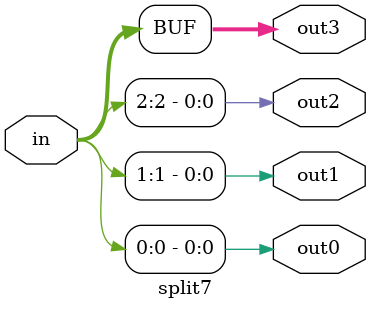
<source format=v>
module split7(input [3-1:0] in, output out0, output out1, output out2, output [3-1:0] out3);
  assign out0 = in[0];
  assign out1 = in[1];
  assign out2 = in[2];
  assign out3 = in;
endmodule

</source>
